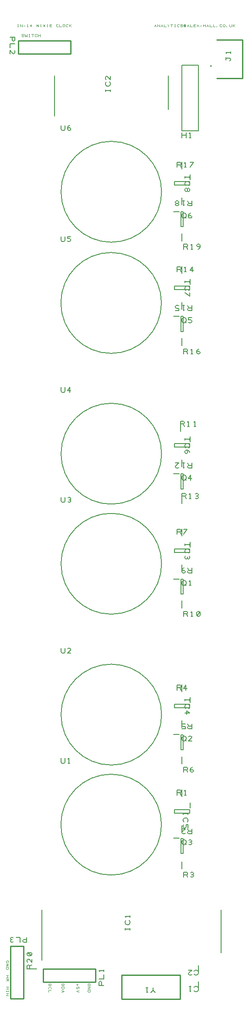
<source format=gbr>
G04 EasyPC Gerber Version 21.0.3 Build 4286 *
%FSLAX35Y35*%
%MOIN*%
%ADD12C,0.00100*%
%ADD15C,0.00500*%
%ADD14C,0.00787*%
%ADD16C,0.01000*%
X0Y0D02*
D02*
D12*
X8219Y27750D02*
X10094D01*
X9156Y26969*
X10094Y26187*
X8219*
Y24781D02*
Y24156D01*
Y24469D02*
X10094D01*
Y24781D02*
Y24156D01*
X8219Y22750D02*
X10094D01*
X8219Y21187*
X10094*
X8219Y36500D02*
X10094D01*
X9156D02*
Y34937D01*
X8219D02*
X10094D01*
X8219Y34000D02*
X10094D01*
Y32906*
X9937Y32594*
X9625Y32437*
X9313Y32594*
X9156Y32906*
Y34000*
Y32906D02*
X8219Y32437D01*
X9000Y46656D02*
Y46187D01*
X8844*
X8531Y46344*
X8375Y46500*
X8219Y46813*
Y47125*
X8375Y47437*
X8531Y47594*
X8844Y47750*
X9469*
X9781Y47594*
X9937Y47437*
X10094Y47125*
Y46813*
X9937Y46500*
X9781Y46344*
X9469Y46187*
X8219Y45250D02*
X10094D01*
X8219Y43687*
X10094*
X8219Y42750D02*
X10094D01*
Y41813*
X9937Y41500*
X9781Y41344*
X9469Y41187*
X8844*
X8531Y41344*
X8375Y41500*
X8219Y41813*
Y42750*
X16969Y759469D02*
X17594D01*
X17281D02*
Y761344D01*
X16969D02*
X17594D01*
X19000Y759469D02*
Y761344D01*
X20563Y759469*
Y761344*
X21500Y760094D02*
X22750D01*
X24313Y759469D02*
X24937D01*
X24625D02*
Y761344D01*
X24313Y761031*
X27281Y759469D02*
Y761344D01*
X26500Y760094*
X27750*
X31500Y759469D02*
Y761344D01*
X33063Y759469*
Y761344*
X34469Y759469D02*
X35094D01*
X34781D02*
Y761344D01*
X34469D02*
X35094D01*
X36500Y759469D02*
X38063Y761344D01*
X36500D02*
X38063Y759469D01*
X39469D02*
X40094D01*
X39781D02*
Y761344D01*
X39469D02*
X40094D01*
X41500Y759469D02*
Y761344D01*
X43063*
X42750Y760406D02*
X41500D01*
Y759469D02*
X43063D01*
X48063Y759781D02*
X47906Y759625D01*
X47594Y759469*
X47125*
X46813Y759625*
X46656Y759781*
X46500Y760094*
Y760719*
X46656Y761031*
X46813Y761187*
X47125Y761344*
X47594*
X47906Y761187*
X48063Y761031*
X49000Y761344D02*
Y759469D01*
X50563*
X51500Y760094D02*
Y760719D01*
X51656Y761031*
X51813Y761187*
X52125Y761344*
X52437*
X52750Y761187*
X52906Y761031*
X53063Y760719*
Y760094*
X52906Y759781*
X52750Y759625*
X52437Y759469*
X52125*
X51813Y759625*
X51656Y759781*
X51500Y760094*
X55563Y759781D02*
X55406Y759625D01*
X55094Y759469*
X54625*
X54313Y759625*
X54156Y759781*
X54000Y760094*
Y760719*
X54156Y761031*
X54313Y761187*
X54625Y761344*
X55094*
X55406Y761187*
X55563Y761031*
X56500Y759469D02*
Y761344D01*
Y760406D02*
X56969D01*
X58063Y761344*
X56969Y760406D02*
X58063Y759469D01*
X20250Y752437D02*
X20406Y752125D01*
X20719Y751969*
X21344*
X21656Y752125*
X21813Y752437*
X21656Y752750*
X21344Y752906*
X20719*
X20406Y753063*
X20250Y753375*
X20406Y753687*
X20719Y753844*
X21344*
X21656Y753687*
X21813Y753375*
X22750Y753844D02*
X22906Y751969D01*
X23531Y752906*
X24156Y751969*
X24313Y753844*
X25719Y751969D02*
X26344D01*
X26031D02*
Y753844D01*
X25719D02*
X26344D01*
X28531Y751969D02*
Y753844D01*
X27750D02*
X29313D01*
X31813Y752281D02*
X31656Y752125D01*
X31344Y751969*
X30875*
X30563Y752125*
X30406Y752281*
X30250Y752594*
Y753219*
X30406Y753531*
X30563Y753687*
X30875Y753844*
X31344*
X31656Y753687*
X31813Y753531*
X32750Y751969D02*
Y753844D01*
Y752906D02*
X34313D01*
Y751969D02*
Y753844D01*
X41187Y30250D02*
X40875Y30094D01*
X40719Y29781*
Y29156*
X40875Y28844*
X41187Y28687*
X41500Y28844*
X41656Y29156*
Y29781*
X41813Y30094*
X42125Y30250*
X42437Y30094*
X42594Y29781*
Y29156*
X42437Y28844*
X42125Y28687*
X41031Y26187D02*
X40875Y26344D01*
X40719Y26656*
Y27125*
X40875Y27437*
X41031Y27594*
X41344Y27750*
X41969*
X42281Y27594*
X42437Y27437*
X42594Y27125*
Y26656*
X42437Y26344*
X42281Y26187*
X42594Y25250D02*
X40719D01*
Y23687*
X51187Y30250D02*
X50875Y30094D01*
X50719Y29781*
Y29156*
X50875Y28844*
X51187Y28687*
X51500Y28844*
X51656Y29156*
Y29781*
X51813Y30094*
X52125Y30250*
X52437Y30094*
X52594Y29781*
Y29156*
X52437Y28844*
X52125Y28687*
X50719Y27750D02*
X52594D01*
Y26813*
X52437Y26500*
X52281Y26344*
X51969Y26187*
X51344*
X51031Y26344*
X50875Y26500*
X50719Y26813*
Y27750*
Y25250D02*
X52594Y24469D01*
X50719Y23687*
X51500Y24937D02*
Y24000D01*
X62594Y30250D02*
Y29000D01*
X61969Y29625D02*
X63219D01*
X62125Y27750D02*
X61969Y27437D01*
Y26969*
X62125Y26656*
X62437Y26500*
X62594*
X62906Y26656*
X63063Y26969*
Y27750*
X63844*
Y26500*
Y25250D02*
X61969Y24469D01*
X63844Y23687*
X71500Y29156D02*
Y28687D01*
X71344*
X71031Y28844*
X70875Y29000*
X70719Y29313*
Y29625*
X70875Y29937*
X71031Y30094*
X71344Y30250*
X71969*
X72281Y30094*
X72437Y29937*
X72594Y29625*
Y29313*
X72437Y29000*
X72281Y28844*
X71969Y28687*
X70719Y27750D02*
X72594D01*
X70719Y26187*
X72594*
X70719Y25250D02*
X72594D01*
Y24313*
X72437Y24000*
X72281Y23844*
X71969Y23687*
X71344*
X71031Y23844*
X70875Y24000*
X70719Y24313*
Y25250*
X121500Y759469D02*
X122281Y761344D01*
X123063Y759469*
X121813Y760250D02*
X122750D01*
X124000Y759469D02*
Y761344D01*
X125563Y759469*
Y761344*
X126500Y759469D02*
X127281Y761344D01*
X128063Y759469*
X126813Y760250D02*
X127750D01*
X129000Y761344D02*
Y759469D01*
X130563*
X132281D02*
Y760406D01*
X131500Y761344*
X132281Y760406D02*
X133063Y761344D01*
X134781Y759469D02*
Y761344D01*
X134000D02*
X135563D01*
X136969Y759469D02*
X137594D01*
X137281D02*
Y761344D01*
X136969D02*
X137594D01*
X140563Y759781D02*
X140406Y759625D01*
X140094Y759469*
X139625*
X139313Y759625*
X139156Y759781*
X139000Y760094*
Y760719*
X139156Y761031*
X139313Y761187*
X139625Y761344*
X140094*
X140406Y761187*
X140563Y761031*
X141500Y759937D02*
X141656Y759625D01*
X141969Y759469*
X142594*
X142906Y759625*
X143063Y759937*
X142906Y760250*
X142594Y760406*
X141969*
X141656Y760563*
X141500Y760875*
X141656Y761187*
X141969Y761344*
X142594*
X142906Y761187*
X143063Y760875*
X145406Y759625D02*
X145094Y759469D01*
X144469*
X144156Y759625*
X144000Y759937*
Y760875*
X144156Y761187*
X144469Y761344*
X144937*
X145250Y761187*
X145406Y760875*
Y760094*
X145250Y759937*
X145094Y760094*
Y760719*
X144937Y760875*
X144469*
X144313Y760719*
Y760094*
X144469Y759937*
X144937*
X145094Y760094*
X146500Y759469D02*
X147281Y761344D01*
X148063Y759469*
X146813Y760250D02*
X147750D01*
X149000Y761344D02*
Y759469D01*
X150563*
X151500D02*
Y761344D01*
X153063*
X152750Y760406D02*
X151500D01*
Y759469D02*
X153063D01*
X154000D02*
X155563Y761344D01*
X154000D02*
X155563Y759469D01*
X156500Y760094D02*
X157750D01*
X159000Y759469D02*
Y761344D01*
Y760406D02*
X160563D01*
Y759469D02*
Y761344D01*
X161500Y759469D02*
X162281Y761344D01*
X163063Y759469*
X161813Y760250D02*
X162750D01*
X164000Y761344D02*
Y759469D01*
X165563*
X166500Y761344D02*
Y759469D01*
X168063*
X169156D02*
X169313Y759625D01*
X169156Y759781*
X169000Y759625*
X169156Y759469*
X173063Y759781D02*
X172906Y759625D01*
X172594Y759469*
X172125*
X171813Y759625*
X171656Y759781*
X171500Y760094*
Y760719*
X171656Y761031*
X171813Y761187*
X172125Y761344*
X172594*
X172906Y761187*
X173063Y761031*
X174000Y760094D02*
Y760719D01*
X174156Y761031*
X174313Y761187*
X174625Y761344*
X174937*
X175250Y761187*
X175406Y761031*
X175563Y760719*
Y760094*
X175406Y759781*
X175250Y759625*
X174937Y759469*
X174625*
X174313Y759625*
X174156Y759781*
X174000Y760094*
X176656Y759469D02*
X176813Y759625D01*
X176656Y759781*
X176500Y759625*
X176656Y759469*
X179000Y761344D02*
Y759937D01*
X179156Y759625*
X179469Y759469*
X180094*
X180406Y759625*
X180563Y759937*
Y761344*
X181500Y759469D02*
Y761344D01*
Y760406D02*
X181969D01*
X183063Y761344*
X181969Y760406D02*
X183063Y759469D01*
D02*
D14*
X26244Y41500D02*
X31756D01*
X35500Y48022D02*
Y86502D01*
X45378Y691573D02*
Y722053D01*
X132386Y696557D02*
Y722053D01*
X136352Y141156D02*
X140486D01*
X136352Y220181D02*
X140486D01*
X136352Y338656D02*
X140486D01*
X136352Y418931D02*
X140486D01*
X136352Y538931D02*
X140486D01*
X136352Y618656D02*
X140486D01*
X141500Y456657D02*
Y451343D01*
X141864Y140959D02*
X143636D01*
Y129541*
X141864*
Y140959*
Y219984D02*
X143636D01*
Y208567*
X141864*
Y219984*
Y338459D02*
X143636D01*
Y327041*
X141864*
Y338459*
Y418734D02*
X143636D01*
Y407317*
X141864*
Y418734*
Y538734D02*
X143636D01*
Y527317*
X141864*
Y538734*
Y618459D02*
X143636D01*
Y607041*
X141864*
Y618459*
X142750Y123281D02*
Y117770D01*
Y145368D02*
Y150683D01*
Y178183D02*
Y172868D01*
Y203281D02*
Y197770D01*
Y225368D02*
Y230683D01*
Y258183D02*
Y252868D01*
Y322031D02*
Y316520D01*
Y344118D02*
Y349433D01*
Y376933D02*
Y371618D01*
Y401756D02*
Y396244D01*
Y424118D02*
Y429433D01*
Y522031D02*
Y516520D01*
Y544118D02*
Y549433D01*
Y576933D02*
Y571618D01*
Y601756D02*
Y596244D01*
Y623843D02*
Y629157D01*
Y656657D02*
Y651343D01*
X148498Y162878D02*
Y160122D01*
X137002*
Y162878*
X148498*
Y243154D02*
Y240398D01*
X137002*
Y243154*
X148498*
Y361628D02*
Y358872D01*
X137002*
Y361628*
X148498*
Y441904D02*
Y439148D01*
X137002*
Y441904*
X148498*
Y561904D02*
Y559148D01*
X137002*
Y561904*
X148498*
Y641628D02*
Y638872D01*
X137002*
Y641628*
X148498*
X148852Y168193D02*
Y164256D01*
Y248469D02*
Y244531D01*
Y366943D02*
Y363006D01*
Y447219D02*
Y443281D01*
Y567219D02*
Y563281D01*
Y646943D02*
Y643006D01*
X155250Y26244D02*
Y31756D01*
Y38744D02*
Y44256D01*
X172500Y53998D02*
Y86502D01*
D02*
D15*
X11187Y751500D02*
X14937D01*
Y749313*
X14625Y748687*
X14000Y748375*
X13375Y748687*
X13063Y749313*
Y751500*
X14937Y746500D02*
X11187D01*
Y743375*
Y739000D02*
Y741500D01*
X13375Y739313*
X14000Y739000*
X14625Y739313*
X14937Y739937*
Y740875*
X14625Y741500*
X24000Y65563D02*
Y61813D01*
X21813*
X21187Y62125*
X20875Y62750*
X21187Y63375*
X21813Y63687*
X24000*
X19000Y61813D02*
Y65563D01*
X15875*
X13687Y65250D02*
X13063Y65563D01*
X12437*
X11813Y65250*
X11500Y64625*
X11813Y64000*
X12437Y63687*
X13063*
X12437D02*
X11813Y63375D01*
X11500Y62750*
X11813Y62125*
X12437Y61813*
X13063*
X13687Y62125*
X28063Y41500D02*
X24313D01*
Y43687*
X24625Y44313*
X25250Y44625*
X25875Y44313*
X26187Y43687*
Y41500*
Y43687D02*
X28063Y44625D01*
Y49000D02*
Y46500D01*
X25875Y48687*
X25250Y49000*
X24625Y48687*
X24313Y48063*
Y47125*
X24625Y46500*
X27750Y51813D02*
X28063Y52437D01*
Y53063*
X27750Y53687*
X27125Y54000*
X25250*
X24625Y53687*
X24313Y53063*
Y52437*
X24625Y51813*
X25250Y51500*
X27125*
X27750Y51813*
X24625Y53687*
X50163Y202052D02*
Y199239D01*
X50476Y198614*
X51100Y198302*
X52350*
X52976Y198614*
X53288Y199239*
Y202052*
X55788Y198302D02*
X57038D01*
X56413D02*
Y202052D01*
X55788Y201427*
X50163Y599620D02*
Y596808D01*
X50476Y596183*
X51100Y595870*
X52350*
X52976Y596183*
X53288Y596808*
Y599620*
X55163Y596183D02*
X55788Y595870D01*
X56726*
X57350Y596183*
X57663Y596808*
Y597120*
X57350Y597746*
X56726Y598058*
X55163*
Y599620*
X57663*
X50281Y285910D02*
Y283098D01*
X50594Y282472*
X51219Y282160*
X52469*
X53094Y282472*
X53406Y283098*
Y285910*
X57781Y282160D02*
X55281D01*
X57469Y284348*
X57781Y284972*
X57469Y285598*
X56844Y285910*
X55906*
X55281Y285598*
X50281Y400870D02*
Y398058D01*
X50594Y397433*
X51219Y397120*
X52469*
X53094Y397433*
X53406Y398058*
Y400870*
X55594Y397433D02*
X56219Y397120D01*
X56844*
X57469Y397433*
X57781Y398058*
X57469Y398683*
X56844Y398996*
X56219*
X56844D02*
X57469Y399308D01*
X57781Y399933*
X57469Y400558*
X56844Y400870*
X56219*
X55594Y400558*
X50281Y484729D02*
Y481917D01*
X50594Y481291*
X51219Y480979*
X52469*
X53094Y481291*
X53406Y481917*
Y484729*
X56844Y480979D02*
Y484729D01*
X55281Y482229*
X57781*
X50281Y684335D02*
Y681523D01*
X50594Y680898*
X51219Y680585*
X52469*
X53094Y680898*
X53406Y681523*
Y684335*
X55281Y681523D02*
X55594Y682148D01*
X56219Y682460*
X56844*
X57469Y682148*
X57781Y681523*
X57469Y680898*
X56844Y680585*
X56219*
X55594Y680898*
X55281Y681523*
Y682460*
X55594Y683398*
X56219Y684023*
X56844Y684335*
X83063Y29000D02*
X79313D01*
Y31187*
X79625Y31813*
X80250Y32125*
X80875Y31813*
X81187Y31187*
Y29000*
X79313Y34000D02*
X83063D01*
Y37125*
Y39625D02*
Y40875D01*
Y40250D02*
X79313D01*
X79937Y39625*
X87944Y710243D02*
Y711493D01*
Y710868D02*
X84194D01*
Y710243D02*
Y711493D01*
X87319Y717430D02*
X87632Y717118D01*
X87944Y716493*
Y715555*
X87632Y714930*
X87319Y714618*
X86694Y714305*
X85444*
X84819Y714618*
X84507Y714930*
X84194Y715555*
Y716493*
X84507Y717118*
X84819Y717430*
X87944Y721805D02*
Y719305D01*
X85757Y721493*
X85132Y721805*
X84507Y721493*
X84194Y720868*
Y719930*
X84507Y719305*
X103063Y71187D02*
Y72437D01*
Y71813D02*
X99313D01*
Y71187D02*
Y72437D01*
X102437Y78375D02*
X102750Y78063D01*
X103063Y77437*
Y76500*
X102750Y75875*
X102437Y75563*
X101813Y75250*
X100563*
X99937Y75563*
X99625Y75875*
X99313Y76500*
Y77437*
X99625Y78063*
X99937Y78375*
X103063Y80875D02*
Y82125D01*
Y81500D02*
X99313D01*
X99937Y80875*
X120678Y27135D02*
Y25260D01*
X122240Y23385*
X120678Y25260D02*
X119115Y23385D01*
X116615Y27135D02*
X115365D01*
X115990D02*
Y23385D01*
X116615Y24010*
X127029Y151431D02*
G75*
G03X50163I-38433D01*
G01*
G75*
G03X127029I38433*
G01*
Y549000D02*
G75*
G03X50163I-38433D01*
G01*
G75*
G03X127029I38433*
G01*
X127147Y235289D02*
G75*
G03X50281I-38433D01*
G01*
G75*
G03X127147I38433*
G01*
Y350250D02*
G75*
G03X50281I-38433D01*
G01*
G75*
G03X127147I38433*
G01*
Y434108D02*
G75*
G03X50281I-38433D01*
G01*
G75*
G03X127147I38433*
G01*
Y633715D02*
G75*
G03X50281I-38433D01*
G01*
G75*
G03X127147I38433*
G01*
X139000Y173963D02*
Y177713D01*
X141187*
X141813Y177401*
X142125Y176776*
X141813Y176151*
X141187Y175838*
X139000*
X141187D02*
X142125Y173963D01*
X144625D02*
X145875D01*
X145250D02*
Y177713D01*
X144625Y177088*
X139000Y253963D02*
Y257713D01*
X141187*
X141813Y257401*
X142125Y256776*
X141813Y256151*
X141187Y255838*
X139000*
X141187D02*
X142125Y253963D01*
X145563D02*
Y257713D01*
X144000Y255213*
X146500*
X139000Y372713D02*
Y376463D01*
X141187*
X141813Y376151*
X142125Y375526*
X141813Y374901*
X141187Y374588*
X139000*
X141187D02*
X142125Y372713D01*
X144000D02*
X146500Y376463D01*
X144000*
X139000Y572713D02*
Y576463D01*
X141187*
X141813Y576151*
X142125Y575526*
X141813Y574901*
X141187Y574588*
X139000*
X141187D02*
X142125Y572713D01*
X144625D02*
X145875D01*
X145250D02*
Y576463D01*
X144625Y575838*
X150563Y572713D02*
Y576463D01*
X149000Y573963*
X151500*
X139000Y652437D02*
Y656187D01*
X141187*
X141813Y655875*
X142125Y655250*
X141813Y654625*
X141187Y654313*
X139000*
X141187D02*
X142125Y652437D01*
X144625D02*
X145875D01*
X145250D02*
Y656187D01*
X144625Y655563*
X149000Y652437D02*
X151500Y656187D01*
X149000*
X141500Y454937D02*
Y458687D01*
X143687*
X144313Y458375*
X144625Y457750*
X144313Y457125*
X143687Y456813*
X141500*
X143687D02*
X144625Y454937D01*
X147125D02*
X148375D01*
X147750D02*
Y458687D01*
X147125Y458063*
X152125Y454937D02*
X153375D01*
X152750D02*
Y458687D01*
X152125Y458063*
X142750Y137437D02*
Y138687D01*
X143063Y139313*
X143375Y139625*
X144000Y139937*
X144625*
X145250Y139625*
X145563Y139313*
X145875Y138687*
Y137437*
X145563Y136813*
X145250Y136500*
X144625Y136187*
X144000*
X143375Y136500*
X143063Y136813*
X142750Y137437*
X144937Y137125D02*
X145875Y136187D01*
X148063Y136500D02*
X148687Y136187D01*
X149313*
X149937Y136500*
X150250Y137125*
X149937Y137750*
X149313Y138063*
X148687*
X149313D02*
X149937Y138375D01*
X150250Y139000*
X149937Y139625*
X149313Y139937*
X148687*
X148063Y139625*
X143687Y160563D02*
Y159313D01*
Y159937D02*
X147437D01*
Y160563D02*
Y159313D01*
X144313Y153375D02*
X144000Y153687D01*
X143687Y154313*
Y155250*
X144000Y155875*
X144313Y156187*
X144937Y156500*
X146187*
X146813Y156187*
X147125Y155875*
X147437Y155250*
Y154313*
X147125Y153687*
X146813Y153375*
X144000Y151500D02*
X143687Y150875D01*
Y149937*
X144000Y149313*
X144625Y149000*
X144937*
X145563Y149313*
X145875Y149937*
Y151500*
X147437*
Y149000*
X142750Y216463D02*
Y217713D01*
X143063Y218338*
X143375Y218651*
X144000Y218963*
X144625*
X145250Y218651*
X145563Y218338*
X145875Y217713*
Y216463*
X145563Y215838*
X145250Y215526*
X144625Y215213*
X144000*
X143375Y215526*
X143063Y215838*
X142750Y216463*
X144937Y216151D02*
X145875Y215213D01*
X150250D02*
X147750D01*
X149937Y217401*
X150250Y218026*
X149937Y218651*
X149313Y218963*
X148375*
X147750Y218651*
X142750Y334937D02*
Y336187D01*
X143063Y336813*
X143375Y337125*
X144000Y337437*
X144625*
X145250Y337125*
X145563Y336813*
X145875Y336187*
Y334937*
X145563Y334313*
X145250Y334000*
X144625Y333687*
X144000*
X143375Y334000*
X143063Y334313*
X142750Y334937*
X144937Y334625D02*
X145875Y333687D01*
X148375D02*
X149625D01*
X149000D02*
Y337437D01*
X148375Y336813*
X142750Y399937D02*
Y403687D01*
X144937*
X145563Y403375*
X145875Y402750*
X145563Y402125*
X144937Y401813*
X142750*
X144937D02*
X145875Y399937D01*
X148375D02*
X149625D01*
X149000D02*
Y403687D01*
X148375Y403063*
X153063Y400250D02*
X153687Y399937D01*
X154313*
X154937Y400250*
X155250Y400875*
X154937Y401500*
X154313Y401813*
X153687*
X154313D02*
X154937Y402125D01*
X155250Y402750*
X154937Y403375*
X154313Y403687*
X153687*
X153063Y403375*
X142750Y415213D02*
Y416463D01*
X143063Y417088*
X143375Y417401*
X144000Y417713*
X144625*
X145250Y417401*
X145563Y417088*
X145875Y416463*
Y415213*
X145563Y414588*
X145250Y414276*
X144625Y413963*
X144000*
X143375Y414276*
X143063Y414588*
X142750Y415213*
X144937Y414901D02*
X145875Y413963D01*
X149313D02*
Y417713D01*
X147750Y415213*
X150250*
X142750Y535213D02*
Y536463D01*
X143063Y537088*
X143375Y537401*
X144000Y537713*
X144625*
X145250Y537401*
X145563Y537088*
X145875Y536463*
Y535213*
X145563Y534588*
X145250Y534276*
X144625Y533963*
X144000*
X143375Y534276*
X143063Y534588*
X142750Y535213*
X144937Y534901D02*
X145875Y533963D01*
X147750Y534276D02*
X148375Y533963D01*
X149313*
X149937Y534276*
X150250Y534901*
Y535213*
X149937Y535838*
X149313Y536151*
X147750*
Y537713*
X150250*
X142750Y614937D02*
Y616187D01*
X143063Y616813*
X143375Y617125*
X144000Y617437*
X144625*
X145250Y617125*
X145563Y616813*
X145875Y616187*
Y614937*
X145563Y614313*
X145250Y614000*
X144625Y613687*
X144000*
X143375Y614000*
X143063Y614313*
X142750Y614937*
X144937Y614625D02*
X145875Y613687D01*
X147750Y614625D02*
X148063Y615250D01*
X148687Y615563*
X149313*
X149937Y615250*
X150250Y614625*
X149937Y614000*
X149313Y613687*
X148687*
X148063Y614000*
X147750Y614625*
Y615563*
X148063Y616500*
X148687Y617125*
X149313Y617437*
X142750Y674937D02*
Y678687D01*
Y676813D02*
X145875D01*
Y674937D02*
Y678687D01*
X148375Y674937D02*
X149625D01*
X149000D02*
Y678687D01*
X148375Y678063*
X142750Y680250D02*
Y730250D01*
X155250*
Y680250*
X142750*
X144000Y111463D02*
Y115213D01*
X146187*
X146813Y114901*
X147125Y114276*
X146813Y113651*
X146187Y113338*
X144000*
X146187D02*
X147125Y111463D01*
X149313Y111776D02*
X149937Y111463D01*
X150563*
X151187Y111776*
X151500Y112401*
X151187Y113026*
X150563Y113338*
X149937*
X150563D02*
X151187Y113651D01*
X151500Y114276*
X151187Y114901*
X150563Y115213*
X149937*
X149313Y114901*
X144000Y191463D02*
Y195213D01*
X146187*
X146813Y194901*
X147125Y194276*
X146813Y193651*
X146187Y193338*
X144000*
X146187D02*
X147125Y191463D01*
X149000Y192401D02*
X149313Y193026D01*
X149937Y193338*
X150563*
X151187Y193026*
X151500Y192401*
X151187Y191776*
X150563Y191463*
X149937*
X149313Y191776*
X149000Y192401*
Y193338*
X149313Y194276*
X149937Y194901*
X150563Y195213*
X144937Y247088D02*
Y245838D01*
Y246463D02*
X148687D01*
Y247088D02*
Y245838D01*
X145563Y239900D02*
X145250Y240213D01*
X144937Y240838*
Y241776*
X145250Y242400*
X145563Y242713*
X146187Y243026*
X147437*
X148063Y242713*
X148375Y242400*
X148687Y241776*
Y240838*
X148375Y240213*
X148063Y239900*
X144937Y236463D02*
X148687D01*
X146187Y238026*
Y235526*
X144000Y310213D02*
Y313963D01*
X146187*
X146813Y313651*
X147125Y313026*
X146813Y312401*
X146187Y312088*
X144000*
X146187D02*
X147125Y310213D01*
X149625D02*
X150875D01*
X150250D02*
Y313963D01*
X149625Y313338*
X154313Y310526D02*
X154937Y310213D01*
X155563*
X156187Y310526*
X156500Y311151*
Y313026*
X156187Y313651*
X155563Y313963*
X154937*
X154313Y313651*
X154000Y313026*
Y311151*
X154313Y310526*
X156187Y313651*
X144937Y365563D02*
Y364313D01*
Y364937D02*
X148687D01*
Y365563D02*
Y364313D01*
X145563Y358375D02*
X145250Y358687D01*
X144937Y359313*
Y360250*
X145250Y360875*
X145563Y361187*
X146187Y361500*
X147437*
X148063Y361187*
X148375Y360875*
X148687Y360250*
Y359313*
X148375Y358687*
X148063Y358375*
X145250Y356187D02*
X144937Y355563D01*
Y354937*
X145250Y354313*
X145875Y354000*
X146500Y354313*
X146813Y354937*
Y355563*
Y354937D02*
X147125Y354313D01*
X147750Y354000*
X148375Y354313*
X148687Y354937*
Y355563*
X148375Y356187*
X144937Y445838D02*
Y444588D01*
Y445213D02*
X148687D01*
Y445838D02*
Y444588D01*
X145563Y438650D02*
X145250Y438963D01*
X144937Y439588*
Y440526*
X145250Y441150*
X145563Y441463*
X146187Y441776*
X147437*
X148063Y441463*
X148375Y441150*
X148687Y440526*
Y439588*
X148375Y438963*
X148063Y438650*
X145875Y436776D02*
X146500Y436463D01*
X146813Y435838*
Y435213*
X146500Y434588*
X145875Y434276*
X145250Y434588*
X144937Y435213*
Y435838*
X145250Y436463*
X145875Y436776*
X146813*
X147750Y436463*
X148375Y435838*
X148687Y435213*
X144000Y510213D02*
Y513963D01*
X146187*
X146813Y513651*
X147125Y513026*
X146813Y512401*
X146187Y512088*
X144000*
X146187D02*
X147125Y510213D01*
X149625D02*
X150875D01*
X150250D02*
Y513963D01*
X149625Y513338*
X154000Y511151D02*
X154313Y511776D01*
X154937Y512088*
X155563*
X156187Y511776*
X156500Y511151*
X156187Y510526*
X155563Y510213*
X154937*
X154313Y510526*
X154000Y511151*
Y512088*
X154313Y513026*
X154937Y513651*
X155563Y513963*
X144937Y565838D02*
Y564588D01*
Y565213D02*
X148687D01*
Y565838D02*
Y564588D01*
X145563Y558650D02*
X145250Y558963D01*
X144937Y559588*
Y560526*
X145250Y561150*
X145563Y561463*
X146187Y561776*
X147437*
X148063Y561463*
X148375Y561150*
X148687Y560526*
Y559588*
X148375Y558963*
X148063Y558650*
X144937Y556776D02*
X148687Y554276D01*
Y556776*
X144000Y589937D02*
Y593687D01*
X146187*
X146813Y593375*
X147125Y592750*
X146813Y592125*
X146187Y591813*
X144000*
X146187D02*
X147125Y589937D01*
X149625D02*
X150875D01*
X150250D02*
Y593687D01*
X149625Y593063*
X154937Y589937D02*
X155563Y590250D01*
X156187Y590875*
X156500Y591813*
Y592750*
X156187Y593375*
X155563Y593687*
X154937*
X154313Y593375*
X154000Y592750*
X154313Y592125*
X154937Y591813*
X155563*
X156187Y592125*
X156500Y592750*
X144937Y645563D02*
Y644313D01*
Y644937D02*
X148687D01*
Y645563D02*
Y644313D01*
X145563Y638375D02*
X145250Y638687D01*
X144937Y639313*
Y640250*
X145250Y640875*
X145563Y641187*
X146187Y641500*
X147437*
X148063Y641187*
X148375Y640875*
X148687Y640250*
Y639313*
X148375Y638687*
X148063Y638375*
X146813Y635563D02*
Y634937D01*
X147125Y634313*
X147750Y634000*
X148375Y634313*
X148687Y634937*
Y635563*
X148375Y636187*
X147750Y636500*
X147125Y636187*
X146813Y635563*
X146500Y636187*
X145875Y636500*
X145250Y636187*
X144937Y635563*
Y634937*
X145250Y634313*
X145875Y634000*
X146500Y634313*
X146813Y634937*
X150250Y148338D02*
Y144588D01*
X148063*
X147437Y144900*
X147125Y145526*
X147437Y146150*
X148063Y146463*
X150250*
X148063D02*
X147125Y148338D01*
X142750D02*
X145250D01*
X143063Y146150*
X142750Y145526*
X143063Y144900*
X143687Y144588*
X144625*
X145250Y144900*
X150250Y228338D02*
Y224588D01*
X148063*
X147437Y224900*
X147125Y225526*
X147437Y226150*
X148063Y226463*
X150250*
X148063D02*
X147125Y228338D01*
X145250Y228026D02*
X144625Y228338D01*
X143687*
X143063Y228026*
X142750Y227400*
Y227088*
X143063Y226463*
X143687Y226150*
X145250*
Y224588*
X142750*
X150250Y347088D02*
Y343338D01*
X148063*
X147437Y343650*
X147125Y344276*
X147437Y344900*
X148063Y345213*
X150250*
X148063D02*
X147125Y347088D01*
X144313D02*
X143687Y346776D01*
X143063Y346150*
X142750Y345213*
Y344276*
X143063Y343650*
X143687Y343338*
X144313*
X144937Y343650*
X145250Y344276*
X144937Y344900*
X144313Y345213*
X143687*
X143063Y344900*
X142750Y344276*
X150250Y427088D02*
Y423338D01*
X148063*
X147437Y423650*
X147125Y424276*
X147437Y424900*
X148063Y425213*
X150250*
X148063D02*
X147125Y427088D01*
X144625D02*
X143375D01*
X144000D02*
Y423338D01*
X144625Y423963*
X137750Y427088D02*
X140250D01*
X138063Y424900*
X137750Y424276*
X138063Y423650*
X138687Y423338*
X139625*
X140250Y423650*
X150250Y547088D02*
Y543338D01*
X148063*
X147437Y543650*
X147125Y544276*
X147437Y544900*
X148063Y545213*
X150250*
X148063D02*
X147125Y547088D01*
X144625D02*
X143375D01*
X144000D02*
Y543338D01*
X144625Y543963*
X140250Y546776D02*
X139625Y547088D01*
X138687*
X138063Y546776*
X137750Y546150*
Y545838*
X138063Y545213*
X138687Y544900*
X140250*
Y543338*
X137750*
X150250Y626813D02*
Y623063D01*
X148063*
X147437Y623375*
X147125Y624000*
X147437Y624625*
X148063Y624937*
X150250*
X148063D02*
X147125Y626813D01*
X144625D02*
X143375D01*
X144000D02*
Y623063D01*
X144625Y623687*
X139313Y624937D02*
X138687D01*
X138063Y624625*
X137750Y624000*
X138063Y623375*
X138687Y623063*
X139313*
X139937Y623375*
X140250Y624000*
X139937Y624625*
X139313Y624937*
X139937Y625250*
X140250Y625875*
X139937Y626500*
X139313Y626813*
X138687*
X138063Y626500*
X137750Y625875*
X138063Y625250*
X138687Y624937*
X152125Y27437D02*
X152437Y27750D01*
X153063Y28063*
X154000*
X154625Y27750*
X154937Y27437*
X155250Y26813*
Y25563*
X154937Y24937*
X154625Y24625*
X154000Y24313*
X153063*
X152437Y24625*
X152125Y24937*
X149625Y28063D02*
X148375D01*
X149000D02*
Y24313D01*
X149625Y24937*
X152125Y39937D02*
X152437Y40250D01*
X153063Y40563*
X154000*
X154625Y40250*
X154937Y39937*
X155250Y39313*
Y38063*
X154937Y37437*
X154625Y37125*
X154000Y36813*
X153063*
X152437Y37125*
X152125Y37437*
X147750Y40563D02*
X150250D01*
X148063Y38375*
X147750Y37750*
X148063Y37125*
X148687Y36813*
X149625*
X150250Y37125*
X179290Y733530D02*
X179602Y733842D01*
X179915Y734467*
X179602Y735092*
X179290Y735405*
X176165*
Y736030*
Y735405D02*
Y734155D01*
X179915Y739155D02*
Y740405D01*
Y739780D02*
X176165D01*
X176790Y739155*
D02*
D16*
X21500Y19000D02*
Y59000D01*
X11500*
Y19000*
X21500*
X36500Y31500D02*
X76500D01*
Y41500*
X36500*
Y31500*
X57750Y749000D02*
X17750D01*
Y739000*
X57750*
Y749000*
X141343Y18596D02*
Y36904D01*
X96657*
Y18596*
X141343*
X164852Y729762D02*
G75*
G02Y729265J-248D01*
G01*
Y729762D02*
G75*
G02Y729265J-248D01*
G01*
G75*
G02Y729762J248*
G01*
X169325Y720250D02*
X189010D01*
Y749463*
X169325*
X0Y0D02*
M02*

</source>
